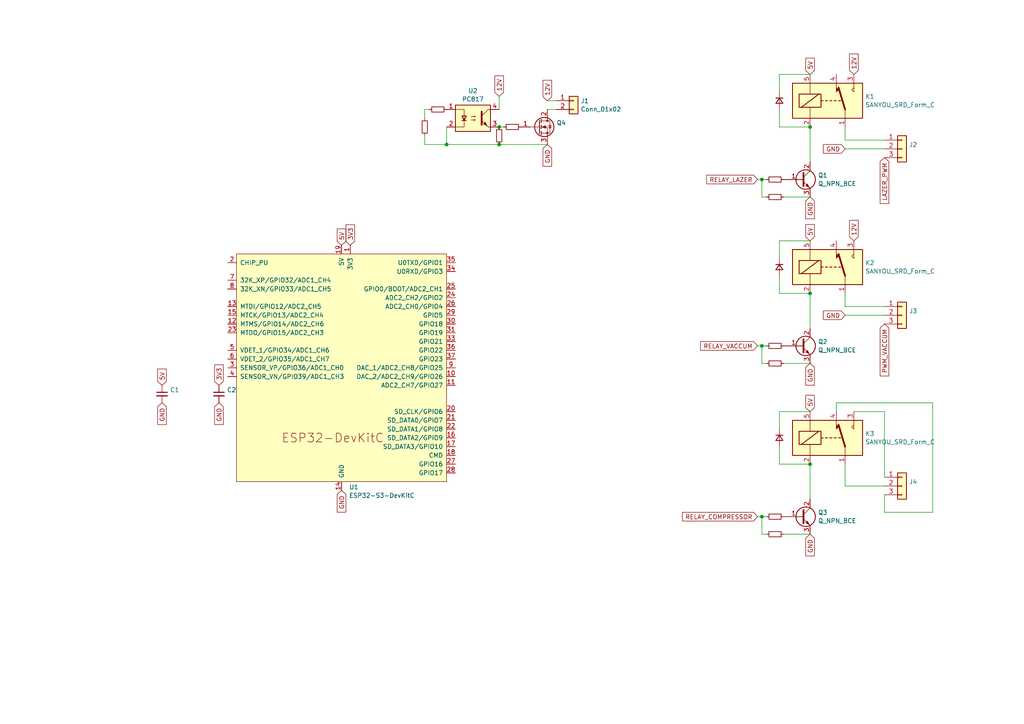
<source format=kicad_sch>
(kicad_sch (version 20231120) (generator "eeschema") (generator_version "8.0")
  (paper "A4")
  (lib_symbols
    (symbol "Connector_Generic:Conn_01x02" (pin_names (offset 1.016) hide)
      (property "Reference" "J" (at 0 2.54 0))
      (property "Value" "Conn_01x02" (at 0 -5.08 0))
      (symbol "Conn_01x02_1_1"
        (rectangle (start -1.27 -2.413) (end 0 -2.667) (stroke (width 0.1524)))
        (rectangle (start -1.27 0.127) (end 0 -0.127) (stroke (width 0.1524)))
        (rectangle (start -1.27 1.27) (end 1.27 -3.81) (stroke (width 0.254)) (fill (type background)))
        (pin passive line (at -5.08 0 0) (length 3.81) (name "Pin_1") (number "1"))
        (pin passive line (at -5.08 -2.54 0) (length 3.81) (name "Pin_2") (number "2"))
      )
    )
    (symbol "Connector_Generic:Conn_01x03" (pin_names (offset 1.016) hide)
      (property "Reference" "J" (at 0 5.08 0))
      (property "Value" "Conn_01x03" (at 0 -5.08 0))
      (symbol "Conn_01x03_1_1"
        (rectangle (start -1.27 -2.413) (end 0 -2.667) (stroke (width 0.1524)))
        (rectangle (start -1.27 0.127) (end 0 -0.127) (stroke (width 0.1524)))
        (rectangle (start -1.27 2.667) (end 0 2.413) (stroke (width 0.1524)))
        (rectangle (start -1.27 3.81) (end 1.27 -3.81) (stroke (width 0.254)) (fill (type background)))
        (pin passive line (at -5.08 2.54 0) (length 3.81) (name "Pin_1") (number "1"))
        (pin passive line (at -5.08 0 0) (length 3.81) (name "Pin_2") (number "2"))
        (pin passive line (at -5.08 -2.54 0) (length 3.81) (name "Pin_3") (number "3"))
      )
    )
    (symbol "Device:C_Small" (pin_numbers hide) (pin_names (offset 0.254) hide)
      (property "Reference" "C" (at 0.254 1.778 0))
      (property "Value" "C_Small" (at 0.254 -2.032 0))
      (symbol "C_Small_0_1"
        (polyline (pts (xy -1.524 -0.508) (xy 1.524 -0.508)) (stroke (width 0.3302)))
        (polyline (pts (xy -1.524 0.508) (xy 1.524 0.508)) (stroke (width 0.3048)))
      )
      (symbol "C_Small_1_1"
        (pin passive line (at 0 2.54 270) (length 2.032) (name "~") (number "1"))
        (pin passive line (at 0 -2.54 90) (length 2.032) (name "~") (number "2"))
      )
    )
    (symbol "Device:D_Small" (pin_numbers hide) (pin_names (offset 0.254) hide)
      (property "Reference" "D" (at -1.27 2.032 0))
      (property "Value" "D_Small" (at -3.81 -2.032 0))
      (symbol "D_Small_0_1"
        (polyline (pts (xy -0.762 -1.016) (xy -0.762 1.016)) (stroke (width 0.254)))
        (polyline (pts (xy -0.762 0) (xy 0.762 0)))
        (polyline (pts (xy 0.762 -1.016) (xy -0.762 0) (xy 0.762 1.016) (xy 0.762 -1.016)) (stroke (width 0.254)))
      )
      (symbol "D_Small_1_1"
        (pin passive line (at -2.54 0 0) (length 1.778) (name "K") (number "1"))
        (pin passive line (at 2.54 0 180) (length 1.778) (name "A") (number "2"))
      )
    )
    (symbol "Device:Q_NPN_BCE" (pin_names (offset 0) hide)
      (property "Reference" "Q" (at 5.08 1.27 0))
      (property "Value" "Q_NPN_BCE" (at 5.08 -1.27 0))
      (symbol "Q_NPN_BCE_0_1"
        (polyline (pts (xy 0.635 0.635) (xy 2.54 2.54)))
        (polyline (pts (xy 0.635 -0.635) (xy 2.54 -2.54) (xy 2.54 -2.54)))
        (polyline (pts (xy 0.635 1.905) (xy 0.635 -1.905) (xy 0.635 -1.905)) (stroke (width 0.508)))
        (polyline (pts (xy 1.27 -1.778) (xy 1.778 -1.27) (xy 2.286 -2.286) (xy 1.27 -1.778) (xy 1.27 -1.778)) (fill (type outline)))
        (circle (center 1.27 0) (radius 2.8194) (stroke (width 0.254)))
      )
      (symbol "Q_NPN_BCE_1_1"
        (pin input line (at -5.08 0 0) (length 5.715) (name "B") (number "1"))
        (pin passive line (at 2.54 5.08 270) (length 2.54) (name "C") (number "2"))
        (pin passive line (at 2.54 -5.08 90) (length 2.54) (name "E") (number "3"))
      )
    )
    (symbol "Device:R_Small" (pin_numbers hide) (pin_names (offset 0.254) hide)
      (property "Reference" "R" (at 0.762 0.508 0))
      (property "Value" "R_Small" (at 0.762 -1.016 0))
      (symbol "R_Small_0_1"
        (rectangle (start -0.762 1.778) (end 0.762 -1.778) (stroke (width 0.2032)))
      )
      (symbol "R_Small_1_1"
        (pin passive line (at 0 2.54 270) (length 0.762) (name "~") (number "1"))
        (pin passive line (at 0 -2.54 90) (length 0.762) (name "~") (number "2"))
      )
    )
    (symbol "Isolator:PC817" (pin_names (offset 1.016))
      (property "Reference" "U" (at -5.08 5.08 0))
      (property "Value" "PC817" (at 0 5.08 0))
      (symbol "PC817_0_1"
        (rectangle (start -5.08 3.81) (end 5.08 -3.81) (stroke (width 0.254)) (fill (type background)))
        (polyline (pts (xy -3.175 -0.635) (xy -1.905 -0.635)) (stroke (width 0.254)))
        (polyline (pts (xy 2.54 0.635) (xy 4.445 2.54)))
        (polyline (pts (xy 4.445 -2.54) (xy 2.54 -0.635)) (fill (type outline)))
        (polyline (pts (xy 4.445 -2.54) (xy 5.08 -2.54)))
        (polyline (pts (xy 4.445 2.54) (xy 5.08 2.54)))
        (polyline (pts (xy -5.08 2.54) (xy -2.54 2.54) (xy -2.54 -0.635)))
        (polyline (pts (xy -2.54 -0.635) (xy -2.54 -2.54) (xy -5.08 -2.54)))
        (polyline (pts (xy 2.54 1.905) (xy 2.54 -1.905) (xy 2.54 -1.905)) (stroke (width 0.508)))
        (polyline (pts (xy -2.54 -0.635) (xy -3.175 0.635) (xy -1.905 0.635) (xy -2.54 -0.635)) (stroke (width 0.254)))
        (polyline (pts (xy -0.508 -0.508) (xy 0.762 -0.508) (xy 0.381 -0.635) (xy 0.381 -0.381) (xy 0.762 -0.508)))
        (polyline (pts (xy -0.508 0.508) (xy 0.762 0.508) (xy 0.381 0.381) (xy 0.381 0.635) (xy 0.762 0.508)))
        (polyline (pts (xy 3.048 -1.651) (xy 3.556 -1.143) (xy 4.064 -2.159) (xy 3.048 -1.651) (xy 3.048 -1.651)) (fill (type outline)))
      )
      (symbol "PC817_1_1"
        (pin passive line (at -7.62 2.54 0) (length 2.54) (name "~") (number "1"))
        (pin passive line (at -7.62 -2.54 0) (length 2.54) (name "~") (number "2"))
        (pin passive line (at 7.62 -2.54 180) (length 2.54) (name "~") (number "3"))
        (pin passive line (at 7.62 2.54 180) (length 2.54) (name "~") (number "4"))
      )
    )
    (symbol "PCM_Espressif:ESP32-DevKitC" (pin_names (offset 1.016))
      (property "Reference" "U" (at -30.48 38.1 0))
      (property "Value" "ESP32-DevKitC" (at -30.48 35.56 0))
      (symbol "ESP32-DevKitC_0_0"
        (text "ESP32-DevKitC" (at -2.54 -20.32 0) (effects (font (size 2.54 2.54))))
        (pin power_in line (at 0 -35.56 90) (length 2.54) (name "GND") (number "14"))
        (pin power_in line (at 0 35.56 270) (length 2.54) (name "5V") (number "19"))
      )
      (symbol "ESP32-DevKitC_0_1"
        (rectangle (start -30.48 33.02) (end 30.48 -33.02) (fill (type background)))
      )
      (symbol "ESP32-DevKitC_1_1"
        (pin power_in line (at 2.54 35.56 270) (length 2.54) (name "3V3") (number "1"))
        (pin bidirectional line (at 33.02 -2.54 180) (length 2.54) (name "DAC_2/ADC2_CH9/GPIO26") (number "10"))
        (pin bidirectional line (at 33.02 -5.08 180) (length 2.54) (name "ADC2_CH7/GPIO27") (number "11"))
        (pin bidirectional line (at -33.02 12.7 0) (length 2.54) (name "MTMS/GPIO14/ADC2_CH6") (number "12"))
        (pin bidirectional line (at -33.02 17.78 0) (length 2.54) (name "MTDI/GPIO12/ADC2_CH5") (number "13"))
        (pin bidirectional line (at -33.02 15.24 0) (length 2.54) (name "MTCK/GPIO13/ADC2_CH4") (number "15"))
        (pin bidirectional line (at 33.02 -20.32 180) (length 2.54) (name "SD_DATA2/GPIO9") (number "16"))
        (pin bidirectional line (at 33.02 -22.86 180) (length 2.54) (name "SD_DATA3/GPIO10") (number "17"))
        (pin bidirectional line (at 33.02 -25.4 180) (length 2.54) (name "CMD") (number "18"))
        (pin input line (at -33.02 30.48 0) (length 2.54) (name "CHIP_PU") (number "2"))
        (pin bidirectional line (at 33.02 -12.7 180) (length 2.54) (name "SD_CLK/GPIO6") (number "20"))
        (pin bidirectional line (at 33.02 -15.24 180) (length 2.54) (name "SD_DATA0/GPIO7") (number "21"))
        (pin bidirectional line (at 33.02 -17.78 180) (length 2.54) (name "SD_DATA1/GPIO8") (number "22"))
        (pin bidirectional line (at -33.02 10.16 0) (length 2.54) (name "MTDO/GPIO15/ADC2_CH3") (number "23"))
        (pin bidirectional line (at 33.02 20.32 180) (length 2.54) (name "ADC2_CH2/GPIO2") (number "24"))
        (pin bidirectional line (at 33.02 22.86 180) (length 2.54) (name "GPIO0/BOOT/ADC2_CH1") (number "25"))
        (pin bidirectional line (at 33.02 17.78 180) (length 2.54) (name "ADC2_CH0/GPIO4") (number "26"))
        (pin bidirectional line (at 33.02 -27.94 180) (length 2.54) (name "GPIO16") (number "27"))
        (pin bidirectional line (at 33.02 -30.48 180) (length 2.54) (name "GPIO17") (number "28"))
        (pin bidirectional line (at 33.02 15.24 180) (length 2.54) (name "GPIO5") (number "29"))
        (pin input line (at -33.02 0 0) (length 2.54) (name "SENSOR_VP/GPIO36/ADC1_CH0") (number "3"))
        (pin bidirectional line (at 33.02 12.7 180) (length 2.54) (name "GPIO18") (number "30"))
        (pin bidirectional line (at 33.02 10.16 180) (length 2.54) (name "GPIO19") (number "31"))
        (pin passive line (at 0 -35.56 90) (length 2.54) hide (name "GND") (number "32"))
        (pin bidirectional line (at 33.02 7.62 180) (length 2.54) (name "GPIO21") (number "33"))
        (pin bidirectional line (at 33.02 27.94 180) (length 2.54) (name "U0RXD/GPIO3") (number "34"))
        (pin bidirectional line (at 33.02 30.48 180) (length 2.54) (name "U0TXD/GPIO1") (number "35"))
        (pin bidirectional line (at 33.02 5.08 180) (length 2.54) (name "GPIO22") (number "36"))
        (pin bidirectional line (at 33.02 2.54 180) (length 2.54) (name "GPIO23") (number "37"))
        (pin passive line (at 0 -35.56 90) (length 2.54) hide (name "GND") (number "38"))
        (pin input line (at -33.02 -2.54 0) (length 2.54) (name "SENSOR_VN/GPIO39/ADC1_CH3") (number "4"))
        (pin input line (at -33.02 5.08 0) (length 2.54) (name "VDET_1/GPIO34/ADC1_CH6") (number "5"))
        (pin input line (at -33.02 2.54 0) (length 2.54) (name "VDET_2/GPIO35/ADC1_CH7") (number "6"))
        (pin bidirectional line (at -33.02 25.4 0) (length 2.54) (name "32K_XP/GPIO32/ADC1_CH4") (number "7"))
        (pin bidirectional line (at -33.02 22.86 0) (length 2.54) (name "32K_XN/GPIO33/ADC1_CH5") (number "8"))
        (pin bidirectional line (at 33.02 0 180) (length 2.54) (name "DAC_1/ADC2_CH8/GPIO25") (number "9"))
      )
    )
    (symbol "Relay:SANYOU_SRD_Form_C"
      (property "Reference" "K" (at 11.43 3.81 0))
      (property "Value" "SANYOU_SRD_Form_C" (at 11.43 1.27 0))
      (symbol "SANYOU_SRD_Form_C_0_0"
        (polyline (pts (xy 7.62 5.08) (xy 7.62 2.54) (xy 6.985 3.175) (xy 7.62 3.81)))
      )
      (symbol "SANYOU_SRD_Form_C_0_1"
        (rectangle (start -10.16 5.08) (end 10.16 -5.08) (stroke (width 0.254)) (fill (type background)))
        (rectangle (start -8.255 1.905) (end -1.905 -1.905) (stroke (width 0.254)))
        (polyline (pts (xy -7.62 -1.905) (xy -2.54 1.905)) (stroke (width 0.254)))
        (polyline (pts (xy -5.08 -5.08) (xy -5.08 -1.905)))
        (polyline (pts (xy -5.08 5.08) (xy -5.08 1.905)))
        (polyline (pts (xy -1.905 0) (xy -1.27 0)) (stroke (width 0.254)))
        (polyline (pts (xy -0.635 0) (xy 0 0)) (stroke (width 0.254)))
        (polyline (pts (xy 0.635 0) (xy 1.27 0)) (stroke (width 0.254)))
        (polyline (pts (xy 1.905 0) (xy 2.54 0)) (stroke (width 0.254)))
        (polyline (pts (xy 3.175 0) (xy 3.81 0)) (stroke (width 0.254)))
        (polyline (pts (xy 5.08 -2.54) (xy 3.175 3.81)) (stroke (width 0.508)))
        (polyline (pts (xy 5.08 -2.54) (xy 5.08 -5.08)))
      )
      (symbol "SANYOU_SRD_Form_C_1_1"
        (polyline (pts (xy 2.54 3.81) (xy 3.175 3.175) (xy 2.54 2.54) (xy 2.54 5.08)) (fill (type outline)))
        (pin passive line (at 5.08 -7.62 90) (length 2.54) (name "~") (number "1"))
        (pin passive line (at -5.08 -7.62 90) (length 2.54) (name "~") (number "2"))
        (pin passive line (at 7.62 7.62 270) (length 2.54) (name "~") (number "3"))
        (pin passive line (at 2.54 7.62 270) (length 2.54) (name "~") (number "4"))
        (pin passive line (at -5.08 7.62 270) (length 2.54) (name "~") (number "5"))
      )
    )
    (symbol "Transistor_FET:IRF740" (pin_names hide)
      (property "Reference" "Q" (at 5.08 1.905 0))
      (property "Value" "IRF740" (at 5.08 0 0))
      (symbol "IRF740_0_1"
        (polyline (pts (xy 0.254 0) (xy -2.54 0)))
        (polyline (pts (xy 0.254 1.905) (xy 0.254 -1.905)) (stroke (width 0.254)))
        (polyline (pts (xy 0.762 -1.27) (xy 0.762 -2.286)) (stroke (width 0.254)))
        (polyline (pts (xy 0.762 0.508) (xy 0.762 -0.508)) (stroke (width 0.254)))
        (polyline (pts (xy 0.762 2.286) (xy 0.762 1.27)) (stroke (width 0.254)))
        (polyline (pts (xy 2.54 2.54) (xy 2.54 1.778)))
        (polyline (pts (xy 2.54 -2.54) (xy 2.54 0) (xy 0.762 0)))
        (polyline (pts (xy 0.762 -1.778) (xy 3.302 -1.778) (xy 3.302 1.778) (xy 0.762 1.778)))
        (polyline (pts (xy 1.016 0) (xy 2.032 0.381) (xy 2.032 -0.381) (xy 1.016 0)) (fill (type outline)))
        (polyline (pts (xy 2.794 0.508) (xy 2.921 0.381) (xy 3.683 0.381) (xy 3.81 0.254)))
        (polyline (pts (xy 3.302 0.381) (xy 2.921 -0.254) (xy 3.683 -0.254) (xy 3.302 0.381)))
        (circle (center 1.651 0) (radius 2.794) (stroke (width 0.254)))
        (circle (center 2.54 -1.778) (radius 0.254) (fill (type outline)))
        (circle (center 2.54 1.778) (radius 0.254) (fill (type outline)))
      )
      (symbol "IRF740_1_1"
        (pin input line (at -5.08 0 0) (length 2.54) (name "G") (number "1"))
        (pin passive line (at 2.54 5.08 270) (length 2.54) (name "D") (number "2"))
        (pin passive line (at 2.54 -5.08 90) (length 2.54) (name "S") (number "3"))
      )
    )
  )
  (junction (at 234.95 85.09))
  (junction (at 220.98 100.33))
  (junction (at 220.98 149.86))
  (junction (at 220.98 52.07))
  (junction (at 234.95 36.83))
  (junction (at 144.78 36.83))
  (junction (at 129.54 41.91))
  (junction (at 144.78 41.91))
  (junction (at 234.95 134.62))
  (wire (pts (xy 245.11 140.97) (xy 256.54 140.97)))
  (wire (pts (xy 256.54 143.51) (xy 256.54 148.59)))
  (wire (pts (xy 219.71 100.33) (xy 220.98 100.33)))
  (wire (pts (xy 123.19 41.91) (xy 129.54 41.91)))
  (wire (pts (xy 220.98 105.41) (xy 220.98 100.33)))
  (wire (pts (xy 227.33 154.94) (xy 234.95 154.94)))
  (wire (pts (xy 234.95 134.62) (xy 226.06 134.62)))
  (wire (pts (xy 256.54 148.59) (xy 270.51 148.59)))
  (wire (pts (xy 158.75 29.21) (xy 161.29 29.21)))
  (wire (pts (xy 245.11 91.44) (xy 256.54 91.44)))
  (wire (pts (xy 144.78 27.94) (xy 144.78 31.75)))
  (wire (pts (xy 222.25 105.41) (xy 220.98 105.41)))
  (wire (pts (xy 220.98 52.07) (xy 222.25 52.07)))
  (wire (pts (xy 234.95 119.38) (xy 226.06 119.38)))
  (wire (pts (xy 220.98 154.94) (xy 220.98 149.86)))
  (wire (pts (xy 226.06 85.09) (xy 226.06 80.01)))
  (wire (pts (xy 219.71 52.07) (xy 220.98 52.07)))
  (wire (pts (xy 222.25 57.15) (xy 220.98 57.15)))
  (wire (pts (xy 222.25 154.94) (xy 220.98 154.94)))
  (wire (pts (xy 234.95 144.78) (xy 234.95 134.62)))
  (wire (pts (xy 227.33 105.41) (xy 234.95 105.41)))
  (wire (pts (xy 245.11 40.64) (xy 256.54 40.64)))
  (wire (pts (xy 226.06 69.85) (xy 226.06 74.93)))
  (wire (pts (xy 129.54 41.91) (xy 144.78 41.91)))
  (wire (pts (xy 270.51 148.59) (xy 270.51 116.84)))
  (wire (pts (xy 220.98 57.15) (xy 220.98 52.07)))
  (wire (pts (xy 242.57 116.84) (xy 242.57 119.38)))
  (wire (pts (xy 123.19 31.75) (xy 123.19 34.29)))
  (wire (pts (xy 129.54 36.83) (xy 129.54 41.91)))
  (wire (pts (xy 124.46 31.75) (xy 123.19 31.75)))
  (wire (pts (xy 123.19 39.37) (xy 123.19 41.91)))
  (wire (pts (xy 234.95 46.99) (xy 234.95 36.83)))
  (wire (pts (xy 256.54 119.38) (xy 256.54 138.43)))
  (wire (pts (xy 245.11 88.9) (xy 256.54 88.9)))
  (wire (pts (xy 245.11 134.62) (xy 245.11 140.97)))
  (wire (pts (xy 220.98 100.33) (xy 222.25 100.33)))
  (wire (pts (xy 234.95 85.09) (xy 226.06 85.09)))
  (wire (pts (xy 245.11 36.83) (xy 245.11 40.64)))
  (wire (pts (xy 226.06 21.59) (xy 226.06 26.67)))
  (wire (pts (xy 234.95 36.83) (xy 226.06 36.83)))
  (wire (pts (xy 247.65 119.38) (xy 256.54 119.38)))
  (wire (pts (xy 161.29 31.75) (xy 158.75 31.75)))
  (wire (pts (xy 245.11 43.18) (xy 256.54 43.18)))
  (wire (pts (xy 146.05 36.83) (xy 144.78 36.83)))
  (wire (pts (xy 245.11 85.09) (xy 245.11 88.9)))
  (wire (pts (xy 226.06 119.38) (xy 226.06 124.46)))
  (wire (pts (xy 226.06 134.62) (xy 226.06 129.54)))
  (wire (pts (xy 226.06 36.83) (xy 226.06 31.75)))
  (wire (pts (xy 270.51 116.84) (xy 242.57 116.84)))
  (wire (pts (xy 220.98 149.86) (xy 222.25 149.86)))
  (wire (pts (xy 219.71 149.86) (xy 220.98 149.86)))
  (wire (pts (xy 234.95 69.85) (xy 226.06 69.85)))
  (wire (pts (xy 144.78 41.91) (xy 158.75 41.91)))
  (wire (pts (xy 234.95 21.59) (xy 226.06 21.59)))
  (wire (pts (xy 234.95 95.25) (xy 234.95 85.09)))
  (wire (pts (xy 227.33 57.15) (xy 234.95 57.15)))
  (global_label "GND" (shape input) (at 245.11 43.18 180) (property "Intersheetrefs" "${INTERSHEET_REFS}" (effects (hide yes))))
  (global_label "PWM_VACCUM" (shape input) (at 256.54 93.98 270) (property "Intersheetrefs" "${INTERSHEET_REFS}" (effects (hide yes))))
  (global_label "RELAY_VACCUM" (shape input) (at 219.71 100.33 180) (property "Intersheetrefs" "${INTERSHEET_REFS}" (effects (hide yes))))
  (global_label "GND" (shape input) (at 234.95 154.94 270) (property "Intersheetrefs" "${INTERSHEET_REFS}" (effects (hide yes))))
  (global_label "12V" (shape input) (at 144.78 27.94 90) (property "Intersheetrefs" "${INTERSHEET_REFS}" (effects (hide yes))))
  (global_label "5V" (shape input) (at 99.06 71.12 90) (property "Intersheetrefs" "${INTERSHEET_REFS}" (effects (hide yes))))
  (global_label "LAZER_PWM" (shape input) (at 256.54 45.72 270) (property "Intersheetrefs" "${INTERSHEET_REFS}" (effects (hide yes))))
  (global_label "GND" (shape input) (at 234.95 105.41 270) (property "Intersheetrefs" "${INTERSHEET_REFS}" (effects (hide yes))))
  (global_label "5V" (shape input) (at 234.95 21.59 90) (property "Intersheetrefs" "${INTERSHEET_REFS}" (effects (hide yes))))
  (global_label "12V" (shape input) (at 247.65 21.59 90) (property "Intersheetrefs" "${INTERSHEET_REFS}" (effects (hide yes))))
  (global_label "RELAY_LAZER" (shape input) (at 219.71 52.07 180) (property "Intersheetrefs" "${INTERSHEET_REFS}" (effects (hide yes))))
  (global_label "12V" (shape input) (at 158.75 29.21 90) (property "Intersheetrefs" "${INTERSHEET_REFS}" (effects (hide yes))))
  (global_label "GND" (shape input) (at 63.5 116.84 270) (property "Intersheetrefs" "${INTERSHEET_REFS}" (effects (hide yes))))
  (global_label "12V" (shape input) (at 247.65 69.85 90) (property "Intersheetrefs" "${INTERSHEET_REFS}" (effects (hide yes))))
  (global_label "5V" (shape input) (at 234.95 119.38 90) (property "Intersheetrefs" "${INTERSHEET_REFS}" (effects (hide yes))))
  (global_label "5V" (shape input) (at 234.95 69.85 90) (property "Intersheetrefs" "${INTERSHEET_REFS}" (effects (hide yes))))
  (global_label "GND" (shape input) (at 234.95 57.15 270) (property "Intersheetrefs" "${INTERSHEET_REFS}" (effects (hide yes))))
  (global_label "3V3" (shape input) (at 101.6 71.12 90) (property "Intersheetrefs" "${INTERSHEET_REFS}" (effects (hide yes))))
  (global_label "3V3" (shape input) (at 63.5 111.76 90) (property "Intersheetrefs" "${INTERSHEET_REFS}" (effects (hide yes))))
  (global_label "GND" (shape input) (at 245.11 91.44 180) (property "Intersheetrefs" "${INTERSHEET_REFS}" (effects (hide yes))))
  (global_label "GND" (shape input) (at 46.99 116.84 270) (property "Intersheetrefs" "${INTERSHEET_REFS}" (effects (hide yes))))
  (global_label "RELAY_COMPRESSOR" (shape input) (at 219.71 149.86 180) (property "Intersheetrefs" "${INTERSHEET_REFS}" (effects (hide yes))))
  (global_label "GND" (shape input) (at 158.75 41.91 270) (property "Intersheetrefs" "${INTERSHEET_REFS}" (effects (hide yes))))
  (global_label "GND" (shape input) (at 99.06 142.24 270) (property "Intersheetrefs" "${INTERSHEET_REFS}" (effects (hide yes))))
  (global_label "5V" (shape input) (at 46.99 111.76 90) (property "Intersheetrefs" "${INTERSHEET_REFS}" (effects (hide yes))))
  (symbol (lib_id "Device:D_Small") (at 226.06 29.21 270) (unit 1)
    (property "Reference" "D1" (effects (hide yes)))
    (property "Value" "D_Small" (effects (hide yes)))
    (property "Footprint" "Diode_SMD:D_SMA" (effects (hide yes)))
    (property "Description" "Diode, small symbol" (effects (hide yes)))
    (property "Sim.Device" "D" (effects (hide yes)))
    (property "Sim.Pins" "1=K 2=A" (effects (hide yes)))
  )
  (symbol (lib_id "Device:R_Small") (at 224.79 105.41 90) (unit 1)
    (property "Reference" "R4" (effects (hide yes)))
    (property "Value" "R_Small" (effects (hide yes)))
    (property "Footprint" "Resistor_SMD:R_1206_3216Metric_Pad1.30x1.75mm_HandSolder" (effects (hide yes)))
    (property "Description" "Resistor, small symbol" (effects (hide yes)))
  )
  (symbol (lib_id "Relay:SANYOU_SRD_Form_C") (at 240.03 77.47 0) (unit 1)
    (property "Reference" "K2" (at 250.952 76.2578 0) (effects (justify left)))
    (property "Value" "SANYOU_SRD_Form_C" (at 250.952 78.6821 0) (effects (justify left)))
    (property "Footprint" "Relay_THT:Relay_SPDT_SANYOU_SRD_Series_Form_C" (effects (hide yes)))
    (property "Datasheet" "http://www.sanyourelay.ca/public/products/pdf/SRD.pdf" (effects (hide yes)))
    (property "Description" "Sanyo SRD relay, Single Pole Miniature Power Relay," (effects (hide yes)))
  )
  (symbol (lib_id "Device:C_Small") (at 63.5 114.3 0) (unit 1)
    (property "Reference" "C2" (at 65.8241 113.0941 0) (effects (justify left)))
    (property "Value" "C_Small" (effects (hide yes)))
    (property "Footprint" "Capacitor_SMD:C_1206_3216Metric_Pad1.33x1.80mm_HandSolder" (effects (hide yes)))
    (property "Description" "Unpolarized capacitor, small symbol" (effects (hide yes)))
  )
  (symbol (lib_id "Device:R_Small") (at 224.79 52.07 90) (unit 1)
    (property "Reference" "R1" (effects (hide yes)))
    (property "Value" "R_Small" (effects (hide yes)))
    (property "Footprint" "Resistor_SMD:R_1206_3216Metric_Pad1.30x1.75mm_HandSolder" (effects (hide yes)))
    (property "Description" "Resistor, small symbol" (effects (hide yes)))
  )
  (symbol (lib_id "Device:R_Small") (at 224.79 149.86 90) (unit 1)
    (property "Reference" "R5" (effects (hide yes)))
    (property "Value" "R_Small" (effects (hide yes)))
    (property "Footprint" "Resistor_SMD:R_1206_3216Metric_Pad1.30x1.75mm_HandSolder" (effects (hide yes)))
    (property "Description" "Resistor, small symbol" (effects (hide yes)))
  )
  (symbol (lib_id "Relay:SANYOU_SRD_Form_C") (at 240.03 29.21 0) (unit 1)
    (property "Reference" "K1" (at 250.952 27.9978 0) (effects (justify left)))
    (property "Value" "SANYOU_SRD_Form_C" (at 250.952 30.4221 0) (effects (justify left)))
    (property "Footprint" "Relay_THT:Relay_SPDT_SANYOU_SRD_Series_Form_C" (effects (hide yes)))
    (property "Datasheet" "http://www.sanyourelay.ca/public/products/pdf/SRD.pdf" (effects (hide yes)))
    (property "Description" "Sanyo SRD relay, Single Pole Miniature Power Relay," (effects (hide yes)))
  )
  (symbol (lib_id "Device:R_Small") (at 123.19 36.83 180) (unit 1)
    (property "Reference" "R11" (effects (hide yes)))
    (property "Value" "R_Small" (effects (hide yes)))
    (property "Footprint" "Resistor_SMD:R_1206_3216Metric_Pad1.30x1.75mm_HandSolder" (effects (hide yes)))
    (property "Description" "Resistor, small symbol" (effects (hide yes)))
  )
  (symbol (lib_id "Device:Q_NPN_BCE") (at 232.41 100.33 0) (unit 1)
    (property "Reference" "Q2" (at 237.2614 99.1178 0) (effects (justify left)))
    (property "Value" "Q_NPN_BCE" (at 237.2614 101.5421 0) (effects (justify left)))
    (property "Footprint" "Package_TO_SOT_SMD:SOT-89-3_Handsoldering" (effects (hide yes)))
    (property "Description" "NPN transistor, base/collector/emitter" (effects (hide yes)))
  )
  (symbol (lib_id "Device:R_Small") (at 148.59 36.83 90) (unit 1)
    (property "Reference" "R7" (effects (hide yes)))
    (property "Value" "R_Small" (effects (hide yes)))
    (property "Footprint" "Resistor_SMD:R_1206_3216Metric_Pad1.30x1.75mm_HandSolder" (effects (hide yes)))
    (property "Description" "Resistor, small symbol" (effects (hide yes)))
  )
  (symbol (lib_id "Connector_Generic:Conn_01x03") (at 261.62 43.18 0) (unit 1)
    (property "Reference" "J2" (at 263.652 41.9678 0) (effects (justify left)))
    (property "Value" "Conn_01x03" (effects (hide yes)))
    (property "Description" "Generic connector, single row, 01x03, script generated (kicad-library-utils/schlib/autogen/connector/)" (effects (hide yes)))
  )
  (symbol (lib_id "Transistor_FET:IRF740") (at 156.21 36.83 0) (unit 1)
    (property "Reference" "Q4" (at 161.417 35.6178 0) (effects (justify left)))
    (property "Value" "IRF740" (effects (hide yes)))
    (property "Footprint" "Package_TO_SOT_THT:TO-220-3_Vertical" (effects (hide yes)))
    (property "Datasheet" "http://www.vishay.com/docs/91054/91054.pdf" (effects (hide yes)))
    (property "Description" "10A Id, 400V Vds, N-Channel Power MOSFET, 500mOhm Rds, TO-220AB" (effects (hide yes)))
  )
  (symbol (lib_id "Device:Q_NPN_BCE") (at 232.41 149.86 0) (unit 1)
    (property "Reference" "Q3" (at 237.2614 148.6478 0) (effects (justify left)))
    (property "Value" "Q_NPN_BCE" (at 237.2614 151.0721 0) (effects (justify left)))
    (property "Footprint" "Package_TO_SOT_SMD:SOT-89-3_Handsoldering" (effects (hide yes)))
    (property "Description" "NPN transistor, base/collector/emitter" (effects (hide yes)))
  )
  (symbol (lib_id "Device:R_Small") (at 224.79 100.33 90) (unit 1)
    (property "Reference" "R3" (effects (hide yes)))
    (property "Value" "R_Small" (effects (hide yes)))
    (property "Footprint" "Resistor_SMD:R_1206_3216Metric_Pad1.30x1.75mm_HandSolder" (effects (hide yes)))
    (property "Description" "Resistor, small symbol" (effects (hide yes)))
  )
  (symbol (lib_id "Device:Q_NPN_BCE") (at 232.41 52.07 0) (unit 1)
    (property "Reference" "Q1" (at 237.2614 50.8578 0) (effects (justify left)))
    (property "Value" "Q_NPN_BCE" (at 237.2614 53.2821 0) (effects (justify left)))
    (property "Footprint" "Package_TO_SOT_SMD:SOT-89-3_Handsoldering" (effects (hide yes)))
    (property "Description" "NPN transistor, base/collector/emitter" (effects (hide yes)))
  )
  (symbol (lib_id "Connector_Generic:Conn_01x02") (at 166.37 29.21 0) (unit 1)
    (property "Reference" "J1" (at 168.402 29.2678 0) (effects (justify left)))
    (property "Value" "Conn_01x02" (at 168.402 31.6921 0) (effects (justify left)))
    (property "Description" "Generic connector, single row, 01x02, script generated (kicad-library-utils/schlib/autogen/connector/)" (effects (hide yes)))
  )
  (symbol (lib_id "Isolator:PC817") (at 137.16 34.29 0) (unit 1)
    (property "Reference" "U2" (at 137.16 26.3355 0))
    (property "Value" "PC817" (at 137.16 28.7598 0))
    (property "Footprint" "Package_DIP:DIP-4_W7.62mm" (effects (hide yes)))
    (property "Datasheet" "http://www.soselectronic.cz/a_info/resource/d/pc817.pdf" (effects (hide yes)))
    (property "Description" "DC Optocoupler, Vce 35V, CTR 50-300%, DIP-4" (effects (hide yes)))
  )
  (symbol (lib_id "Connector_Generic:Conn_01x03") (at 261.62 140.97 0) (unit 1)
    (property "Reference" "J4" (at 263.652 139.7578 0) (effects (justify left)))
    (property "Value" "Conn_01x03" (effects (hide yes)))
    (property "Description" "Generic connector, single row, 01x03, script generated (kicad-library-utils/schlib/autogen/connector/)" (effects (hide yes)))
  )
  (symbol (lib_id "Device:R_Small") (at 224.79 154.94 90) (unit 1)
    (property "Reference" "R6" (effects (hide yes)))
    (property "Value" "R_Small" (effects (hide yes)))
    (property "Footprint" "Resistor_SMD:R_1206_3216Metric_Pad1.30x1.75mm_HandSolder" (effects (hide yes)))
    (property "Description" "Resistor, small symbol" (effects (hide yes)))
  )
  (symbol (lib_id "Device:R_Small") (at 144.78 39.37 180) (unit 1)
    (property "Reference" "R8" (effects (hide yes)))
    (property "Value" "R_Small" (effects (hide yes)))
    (property "Footprint" "Resistor_SMD:R_1206_3216Metric_Pad1.30x1.75mm_HandSolder" (effects (hide yes)))
    (property "Description" "Resistor, small symbol" (effects (hide yes)))
  )
  (symbol (lib_id "Connector_Generic:Conn_01x03") (at 261.62 91.44 0) (unit 1)
    (property "Reference" "J3" (at 263.652 90.2278 0) (effects (justify left)))
    (property "Value" "Conn_01x03" (effects (hide yes)))
    (property "Description" "Generic connector, single row, 01x03, script generated (kicad-library-utils/schlib/autogen/connector/)" (effects (hide yes)))
  )
  (symbol (lib_id "PCM_Espressif:ESP32-DevKitC") (at 99.06 106.68 0) (unit 1)
    (property "Reference" "U1" (at 101.2541 141.2931 0) (effects (justify left)))
    (property "Value" "ESP32-S3-DevKitC" (at 101.2541 143.7174 0) (effects (justify left)))
    (property "Footprint" "PCM_Espressif:ESP32-DevKitC" (effects (hide yes)))
    (property "Datasheet" "https://docs.espressif.com/projects/esp-idf/zh_CN/latest/esp32/hw-reference/esp32/get-started-devkitc.html" (effects (hide yes)))
    (property "Description" "Development Kit" (effects (hide yes)))
  )
  (symbol (lib_id "Device:D_Small") (at 226.06 77.47 270) (unit 1)
    (property "Reference" "D2" (effects (hide yes)))
    (property "Value" "D_Small" (effects (hide yes)))
    (property "Footprint" "Diode_SMD:D_SMA" (effects (hide yes)))
    (property "Description" "Diode, small symbol" (effects (hide yes)))
    (property "Sim.Device" "D" (effects (hide yes)))
    (property "Sim.Pins" "1=K 2=A" (effects (hide yes)))
  )
  (symbol (lib_id "Device:R_Small") (at 127 31.75 270) (unit 1)
    (property "Reference" "R10" (effects (hide yes)))
    (property "Value" "R_Small" (effects (hide yes)))
    (property "Footprint" "Resistor_SMD:R_1206_3216Metric_Pad1.30x1.75mm_HandSolder" (effects (hide yes)))
    (property "Description" "Resistor, small symbol" (effects (hide yes)))
  )
  (symbol (lib_id "Device:C_Small") (at 46.99 114.3 0) (unit 1)
    (property "Reference" "C1" (at 49.3141 113.0941 0) (effects (justify left)))
    (property "Value" "C_Small" (effects (hide yes)))
    (property "Footprint" "Capacitor_SMD:C_1206_3216Metric_Pad1.33x1.80mm_HandSolder" (effects (hide yes)))
    (property "Description" "Unpolarized capacitor, small symbol" (effects (hide yes)))
  )
  (symbol (lib_id "Device:R_Small") (at 224.79 57.15 90) (unit 1)
    (property "Reference" "R2" (effects (hide yes)))
    (property "Value" "R_Small" (effects (hide yes)))
    (property "Footprint" "Resistor_SMD:R_1206_3216Metric_Pad1.30x1.75mm_HandSolder" (effects (hide yes)))
    (property "Description" "Resistor, small symbol" (effects (hide yes)))
  )
  (symbol (lib_id "Device:D_Small") (at 226.06 127 270) (unit 1)
    (property "Reference" "D3" (effects (hide yes)))
    (property "Value" "D_Small" (effects (hide yes)))
    (property "Footprint" "Diode_SMD:D_SMA" (effects (hide yes)))
    (property "Description" "Diode, small symbol" (effects (hide yes)))
    (property "Sim.Device" "D" (effects (hide yes)))
    (property "Sim.Pins" "1=K 2=A" (effects (hide yes)))
  )
  (symbol (lib_id "Relay:SANYOU_SRD_Form_C") (at 240.03 127 0) (unit 1)
    (property "Reference" "K3" (at 250.952 125.7878 0) (effects (justify left)))
    (property "Value" "SANYOU_SRD_Form_C" (at 250.952 128.2121 0) (effects (justify left)))
    (property "Footprint" "Relay_THT:Relay_SPDT_SANYOU_SRD_Series_Form_C" (effects (hide yes)))
    (property "Datasheet" "http://www.sanyourelay.ca/public/products/pdf/SRD.pdf" (effects (hide yes)))
    (property "Description" "Sanyo SRD relay, Single Pole Miniature Power Relay," (effects (hide yes)))
  )
)
</source>
